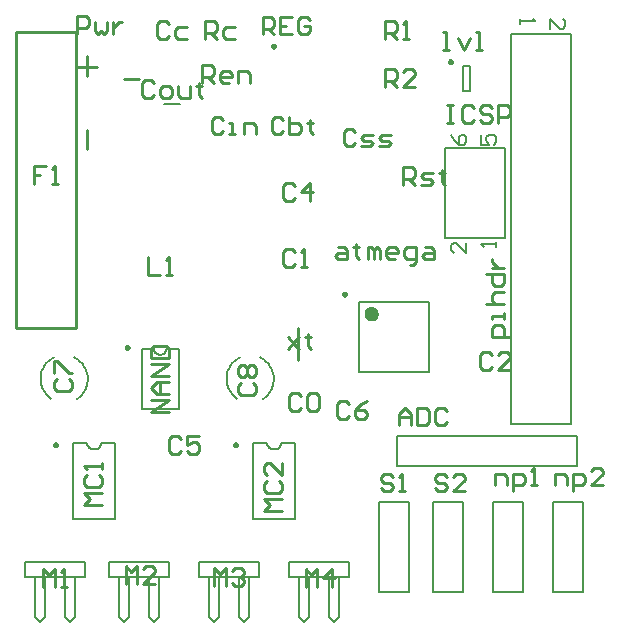
<source format=gto>
%FSTAX23Y23*%
%MOIN*%
%SFA1B1*%

%IPPOS*%
%ADD22C,0.007870*%
%ADD32C,0.010000*%
%ADD42C,0.009840*%
%ADD43C,0.023620*%
%ADD44C,0.008000*%
%LNpaw7-1*%
%LPD*%
G54D22*
X02787Y03831D02*
D01*
X02782Y03829*
X02777Y03826*
X02773Y03823*
X02768Y03819*
X02764Y03816*
X0276Y03812*
X02757Y03807*
X02754Y03803*
X02751Y03798*
X02748Y03793*
X02746Y03788*
X02744Y03783*
X02743Y03778*
X02742Y03772*
X02741Y03767*
X02741Y03761*
X02741Y03756*
X02741Y0375*
X02742Y03745*
X02743Y0374*
X02745Y03734*
X02747Y03729*
X02749Y03724*
X02752Y03719*
X02755Y03715*
X02758Y0371*
X02762Y03706*
X02765Y03702*
X02769Y03699*
X02774Y03695*
X02777Y03693*
X02862D02*
D01*
X02866Y03696*
X02871Y037*
X02875Y03703*
X02878Y03707*
X02882Y03712*
X02885Y03716*
X02888Y03721*
X02891Y03726*
X02893Y03731*
X02895Y03736*
X02896Y03741*
X02897Y03747*
X02898Y03752*
X02898Y03757*
X02898Y03763*
X02898Y03768*
X02897Y03774*
X02896Y03779*
X02894Y03784*
X02892Y0379*
X0289Y03795*
X02887Y03799*
X02884Y03804*
X02881Y03809*
X02878Y03813*
X02874Y03817*
X0287Y0382*
X02865Y03824*
X02861Y03827*
X02856Y03829*
X02852Y03831*
X02167D02*
D01*
X02162Y03829*
X02157Y03826*
X02153Y03823*
X02148Y03819*
X02144Y03816*
X0214Y03812*
X02137Y03807*
X02134Y03803*
X02131Y03798*
X02128Y03793*
X02126Y03788*
X02124Y03783*
X02123Y03778*
X02122Y03772*
X02121Y03767*
X02121Y03761*
X02121Y03756*
X02121Y0375*
X02122Y03745*
X02123Y0374*
X02125Y03734*
X02127Y03729*
X02129Y03724*
X02132Y03719*
X02135Y03715*
X02138Y0371*
X02142Y03706*
X02145Y03702*
X02149Y03699*
X02154Y03695*
X02157Y03693*
X02242D02*
D01*
X02246Y03696*
X02251Y037*
X02255Y03703*
X02258Y03707*
X02262Y03712*
X02265Y03716*
X02268Y03721*
X02271Y03726*
X02273Y03731*
X02275Y03736*
X02276Y03741*
X02277Y03747*
X02278Y03752*
X02278Y03757*
X02278Y03763*
X02278Y03768*
X02277Y03774*
X02276Y03779*
X02274Y03784*
X02272Y0379*
X0227Y03795*
X02267Y03799*
X02264Y03804*
X02261Y03809*
X02258Y03813*
X02254Y03817*
X0225Y0382*
X02245Y03824*
X02241Y03827*
X02236Y03829*
X02232Y03831*
X02876Y03547D02*
D01*
X02876Y03546*
X02876Y03544*
X02876Y03543*
X02877Y03541*
X02877Y03539*
X02878Y03538*
X02879Y03536*
X02879Y03535*
X0288Y03534*
X02881Y03532*
X02883Y03531*
X02884Y0353*
X02885Y03529*
X02886Y03528*
X02888Y03527*
X02889Y03526*
X02891Y03526*
X02892Y03525*
X02894Y03525*
X02895Y03524*
X02897Y03524*
X02899Y03524*
X029*
X02902Y03524*
X02904Y03524*
X02905Y03525*
X02907Y03525*
X02908Y03526*
X0291Y03526*
X02911Y03527*
X02913Y03528*
X02914Y03529*
X02915Y0353*
X02916Y03531*
X02918Y03532*
X02919Y03534*
X0292Y03535*
X0292Y03536*
X02921Y03538*
X02922Y03539*
X02922Y03541*
X02923Y03543*
X02923Y03544*
X02923Y03546*
X02923Y03547*
X02276D02*
D01*
X02276Y03546*
X02276Y03544*
X02276Y03543*
X02277Y03541*
X02277Y03539*
X02278Y03538*
X02279Y03536*
X02279Y03535*
X0228Y03534*
X02281Y03532*
X02283Y03531*
X02284Y0353*
X02285Y03529*
X02286Y03528*
X02288Y03527*
X02289Y03526*
X02291Y03526*
X02292Y03525*
X02294Y03525*
X02295Y03524*
X02297Y03524*
X02299Y03524*
X023*
X02302Y03524*
X02304Y03524*
X02305Y03525*
X02307Y03525*
X02308Y03526*
X0231Y03526*
X02311Y03527*
X02313Y03528*
X02314Y03529*
X02315Y0353*
X02316Y03531*
X02318Y03532*
X02319Y03534*
X0232Y03535*
X0232Y03536*
X02321Y03538*
X02322Y03539*
X02322Y03541*
X02323Y03543*
X02323Y03544*
X02323Y03546*
X02323Y03547*
X02499Y0386D02*
D01*
X02499Y03858*
X02499Y03857*
X025Y03856*
X025Y03854*
X025Y03853*
X02501Y03852*
X02502Y0385*
X02502Y03849*
X02503Y03848*
X02504Y03847*
X02505Y03846*
X02506Y03845*
X02507Y03844*
X02508Y03843*
X02509Y03842*
X02511Y03842*
X02512Y03841*
X02513Y03841*
X02515Y0384*
X02516Y0384*
X02517Y0384*
X02519Y0384*
X0252*
X02522Y0384*
X02523Y0384*
X02524Y0384*
X02526Y03841*
X02527Y03841*
X02528Y03842*
X0253Y03842*
X02531Y03843*
X02532Y03844*
X02533Y03845*
X02534Y03846*
X02535Y03847*
X02536Y03848*
X02537Y03849*
X02537Y0385*
X02538Y03852*
X02539Y03853*
X02539Y03854*
X02539Y03856*
X0254Y03857*
X0254Y03858*
X0254Y0386*
X02534Y04674D02*
X02585D01*
X0369Y0361D02*
X0389D01*
X0369Y0491D02*
X0389D01*
Y0361D02*
Y0491D01*
X0369Y0361D02*
Y0491D01*
X02829Y03547D02*
X02876D01*
X02923D02*
X0297D01*
X02829Y03292D02*
X0297D01*
X02829D02*
Y03547D01*
X0297Y03292D02*
Y03547D01*
X03116Y02966D02*
Y031D01*
X031Y0295D02*
X03116Y02966D01*
X03083D02*
X031Y0295D01*
X03083Y02966D02*
Y031D01*
X03016Y02966D02*
Y031D01*
X03Y0295D02*
X03016Y02966D01*
X02983D02*
X03Y0295D01*
X02983Y02966D02*
Y031D01*
X0295Y0315D02*
X0315D01*
X0295Y031D02*
Y0315D01*
X0315Y031D02*
Y0315D01*
X0295Y031D02*
X0315D01*
X02816Y02966D02*
Y031D01*
X028Y0295D02*
X02816Y02966D01*
X02783D02*
X028Y0295D01*
X02783Y02966D02*
Y031D01*
X02716Y02966D02*
Y031D01*
X027Y0295D02*
X02716Y02966D01*
X02683D02*
X027Y0295D01*
X02683Y02966D02*
Y031D01*
X0265Y0315D02*
X0285D01*
X0265Y031D02*
Y0315D01*
X0285Y031D02*
Y0315D01*
X0265Y031D02*
X0285D01*
X02229Y03547D02*
X02276D01*
X02323D02*
X0237D01*
X02229Y03292D02*
X0237D01*
X02229D02*
Y03547D01*
X0237Y03292D02*
Y03547D01*
X02236Y02966D02*
Y031D01*
X0222Y0295D02*
X02236Y02966D01*
X02203D02*
X0222Y0295D01*
X02203Y02966D02*
Y031D01*
X02136Y02966D02*
Y031D01*
X0212Y0295D02*
X02136Y02966D01*
X02103D02*
X0212Y0295D01*
X02103Y02966D02*
Y031D01*
X0207Y0315D02*
X0227D01*
X0207Y031D02*
Y0315D01*
X0227Y031D02*
Y0315D01*
X0207Y031D02*
X0227D01*
X02516Y02966D02*
Y031D01*
X025Y0295D02*
X02516Y02966D01*
X02483D02*
X025Y0295D01*
X02483Y02966D02*
Y031D01*
X02416Y02966D02*
Y031D01*
X024Y0295D02*
X02416Y02966D01*
X02383D02*
X024Y0295D01*
X02383Y02966D02*
Y031D01*
X0235Y0315D02*
X0255D01*
X0235Y031D02*
Y0315D01*
X0255Y031D02*
Y0315D01*
X0235Y031D02*
X0255D01*
X0347Y0453D02*
X0367D01*
X0347Y0423D02*
X0367D01*
X0347D02*
Y0453D01*
X0367Y0423D02*
Y0453D01*
Y04338D02*
Y0453D01*
X03183Y03783D02*
Y04016D01*
X03416Y03783D02*
Y04016D01*
X03183D02*
X03416D01*
X03183Y03783D02*
X03416D01*
X03528Y04718D02*
X03551D01*
X03528Y04801D02*
X03551D01*
Y04718D02*
Y04801D01*
X03528Y04718D02*
Y04801D01*
X0331Y0347D02*
Y0357D01*
X0391Y0347D02*
Y0357D01*
X0331Y0347D02*
X0391D01*
X0331Y0357D02*
X0391D01*
X0383Y0305D02*
Y0335D01*
Y0305D02*
X0393D01*
Y0335*
X0383D02*
X0393D01*
X0343Y0305D02*
Y0335D01*
Y0305D02*
X0353D01*
Y0335*
X0343D02*
X0353D01*
X0325Y0305D02*
Y0335D01*
Y0305D02*
X0335D01*
Y0335*
X0325D02*
X0335D01*
X0363Y0305D02*
Y0335D01*
Y0305D02*
X0373D01*
Y0335*
X0363D02*
X0373D01*
X02581Y03659D02*
Y0386D01*
X02458Y03659D02*
Y0386D01*
Y03659D02*
X02581D01*
X0254Y0386D02*
X02581D01*
X02458D02*
X02499D01*
G54D32*
X0224Y0393D02*
Y04915D01*
X0204Y0393D02*
Y04915D01*
X0224*
X0204Y0393D02*
X0224D01*
Y048D02*
X0231D01*
X024Y0476D02*
X0245D01*
X02275Y0477D02*
Y04835D01*
Y04525D02*
Y0459D01*
X0298Y03822D02*
Y03922D01*
Y0383D02*
Y0393D01*
X02861Y04908D02*
Y04967D01*
X0289*
X029Y04957*
Y04937*
X0289Y04927*
X02861*
X0288D02*
X029Y04908D01*
X0296Y04967D02*
X0292D01*
Y04908*
X0296*
X0292Y04937D02*
X0294D01*
X0302Y04957D02*
X0301Y04967D01*
X0299*
X0298Y04957*
Y04918*
X0299Y04908*
X0301*
X0302Y04918*
Y04937*
X03*
X02945Y03899D02*
X02984Y0386D01*
X02964Y03879*
X02984Y03899*
X02945Y0386*
X03014Y03909D02*
Y03899D01*
X03004*
X03024*
X03014*
Y0387*
X03024Y0386*
X03475Y03433D02*
X03465Y03443D01*
X03446*
X03436Y03433*
Y03423*
X03446Y03413*
X03465*
X03475Y03403*
Y03394*
X03465Y03384*
X03446*
X03436Y03394*
X03535Y03384D02*
X03495D01*
X03535Y03423*
Y03433*
X03525Y03443*
X03505*
X03495Y03433*
X03295D02*
X03285Y03443D01*
X03266*
X03256Y03433*
Y03423*
X03266Y03413*
X03285*
X03295Y03403*
Y03394*
X03285Y03384*
X03266*
X03256Y03394*
X03315Y03384D02*
X03335D01*
X03325*
Y03443*
X03315Y03433*
X0333Y04405D02*
Y04464D01*
X03359*
X03369Y04454*
Y04434*
X03359Y04424*
X0333*
X03349D02*
X03369Y04405D01*
X03389D02*
X03419D01*
X03429Y04415*
X03419Y04424*
X03399*
X03389Y04434*
X03399Y04444*
X03429*
X03459Y04454D02*
Y04444D01*
X03449*
X03469*
X03459*
Y04415*
X03469Y04405*
X0266Y04745D02*
Y04804D01*
X02689*
X02699Y04794*
Y04774*
X02689Y04764*
X0266*
X02679D02*
X02699Y04745D01*
X02749D02*
X02729D01*
X02719Y04755*
Y04774*
X02729Y04784*
X02749*
X02759Y04774*
Y04764*
X02719*
X02779Y04745D02*
Y04784D01*
X02809*
X02819Y04774*
Y04745*
X0267Y04893D02*
Y04953D01*
X027*
X0271Y04943*
Y04923*
X027Y04913*
X0267*
X0269D02*
X0271Y04893D01*
X0277Y04933D02*
X0274D01*
X0273Y04923*
Y04903*
X0274Y04893*
X0277*
X0327Y04733D02*
Y04793D01*
X033*
X0331Y04783*
Y04763*
X033Y04753*
X0327*
X0329D02*
X0331Y04733D01*
X0337D02*
X0333D01*
X0337Y04773*
Y04783*
X0336Y04793*
X0334*
X0333Y04783*
X0327Y04893D02*
Y04953D01*
X033*
X0331Y04943*
Y04923*
X033Y04913*
X0327*
X0329D02*
X0331Y04893D01*
X0333D02*
X0335D01*
X0334*
Y04953*
X0333Y04943*
X02244Y04908D02*
Y04968D01*
X02274*
X02284Y04958*
Y04938*
X02274Y04928*
X02244*
X02304Y04948D02*
Y04918D01*
X02314Y04908*
X02324Y04918*
X02334Y04908*
X02344Y04918*
Y04948*
X02364D02*
Y04908D01*
Y04928*
X02374Y04938*
X02384Y04948*
X02394*
X03684Y039D02*
X03625D01*
Y03929*
X03635Y03939*
X03655*
X03665Y03929*
Y039*
Y03959D02*
Y03979D01*
Y03969*
X03625*
Y03959*
X03605Y04009D02*
X03665D01*
X03635*
X03625Y04019*
Y04039*
X03635Y04049*
X03665*
X03605Y04109D02*
X03665D01*
Y04079*
X03655Y04069*
X03635*
X03625Y04079*
Y04109*
Y04129D02*
X03665D01*
X03645*
X03635Y04139*
X03625Y04149*
Y04159*
X03836Y03404D02*
Y03443D01*
X03865*
X03875Y03433*
Y03404*
X03895Y03384D02*
Y03443D01*
X03925*
X03935Y03433*
Y03414*
X03925Y03404*
X03895*
X03995D02*
X03955D01*
X03995Y03443*
Y03453*
X03985Y03463*
X03965*
X03955Y03453*
X03636Y03404D02*
Y03443D01*
X03665*
X03675Y03433*
Y03404*
X03695Y03384D02*
Y03443D01*
X03725*
X03735Y03433*
Y03414*
X03725Y03404*
X03695*
X03755D02*
X03775D01*
X03765*
Y03463*
X03755Y03453*
X0255Y0365D02*
X0249D01*
X0255Y03689*
X0249*
X0255Y03709D02*
X0251D01*
X0249Y03729*
X0251Y03749*
X0255*
X0252*
Y03709*
X0255Y03769D02*
X0249D01*
X0255Y03809*
X0249*
Y03829D02*
X0255D01*
Y03859*
X0254Y03869*
X025*
X0249Y03859*
Y03829*
X02925Y0332D02*
X02865D01*
X02885Y03339*
X02865Y03359*
X02925*
X02875Y03419D02*
X02865Y03409D01*
Y03389*
X02875Y03379*
X02915*
X02925Y03389*
Y03409*
X02915Y03419*
X02925Y03479D02*
Y03439D01*
X02885Y03479*
X02875*
X02865Y03469*
Y03449*
X02875Y03439*
X02325Y0334D02*
X02265D01*
X02285Y03359*
X02265Y03379*
X02325*
X02275Y03439D02*
X02265Y03429D01*
Y03409*
X02275Y03399*
X02315*
X02325Y03409*
Y03429*
X02315Y03439*
X02325Y03459D02*
Y03479D01*
Y03469*
X02265*
X02275Y03459*
X03005Y03065D02*
Y03124D01*
X03024Y03104*
X03044Y03124*
Y03065*
X03094D02*
Y03124D01*
X03064Y03094*
X03104*
X027Y0307D02*
Y03129D01*
X02719Y03109*
X02739Y03129*
Y0307*
X02759Y03119D02*
X02769Y03129D01*
X02789*
X02799Y03119*
Y03109*
X02789Y03099*
X02779*
X02789*
X02799Y03089*
Y0308*
X02789Y0307*
X02769*
X02759Y0308*
X02405Y03075D02*
Y03134D01*
X02424Y03114*
X02444Y03134*
Y03075*
X02504D02*
X02464D01*
X02504Y03114*
Y03124*
X02494Y03134*
X02474*
X02464Y03124*
X0213Y03065D02*
Y03124D01*
X02149Y03104*
X02169Y03124*
Y03065*
X02189D02*
X02209D01*
X02199*
Y03124*
X02189Y03114*
X03461Y04856D02*
X03481D01*
X03471*
Y04916*
X03461*
X03511Y04896D02*
X03531Y04856D01*
X03551Y04896*
X03571Y04856D02*
X03591D01*
X03581*
Y04916*
X03571*
X0248Y04164D02*
Y04105D01*
X02519*
X02539D02*
X02559D01*
X02549*
Y04164*
X02539Y04154*
X03476Y04671D02*
X03496D01*
X03486*
Y04611*
X03476*
X03496*
X03566Y04661D02*
X03556Y04671D01*
X03536*
X03526Y04661*
Y04621*
X03536Y04611*
X03556*
X03566Y04621*
X03626Y04661D02*
X03616Y04671D01*
X03596*
X03586Y04661*
Y04651*
X03596Y04641*
X03616*
X03626Y04631*
Y04621*
X03616Y04611*
X03596*
X03586Y04621*
X03646Y04611D02*
Y04671D01*
X03676*
X03686Y04661*
Y04641*
X03676Y04631*
X03646*
X02139Y04469D02*
X021D01*
Y04439*
X02119*
X021*
Y0441*
X02159D02*
X02179D01*
X02169*
Y04469*
X02159Y04459*
X0317Y04583D02*
X0316Y04593D01*
X03141*
X03131Y04583*
Y04544*
X03141Y04534*
X0316*
X0317Y04544*
X0319Y04534D02*
X0322D01*
X0323Y04544*
X0322Y04553*
X032*
X0319Y04563*
X032Y04573*
X0323*
X0325Y04534D02*
X0328D01*
X0329Y04544*
X0328Y04553*
X0326*
X0325Y04563*
X0326Y04573*
X0329*
X02499Y04744D02*
X02489Y04754D01*
X0247*
X0246Y04744*
Y04705*
X0247Y04695*
X02489*
X02499Y04705*
X02529Y04695D02*
X02549D01*
X02559Y04705*
Y04724*
X02549Y04734*
X02529*
X02519Y04724*
Y04705*
X02529Y04695*
X02579Y04734D02*
Y04705D01*
X02589Y04695*
X02619*
Y04734*
X02649Y04744D02*
Y04734D01*
X02639*
X02659*
X02649*
Y04705*
X02659Y04695*
X0273Y04623D02*
X0272Y04633D01*
X02701*
X02691Y04623*
Y04584*
X02701Y04574*
X0272*
X0273Y04584*
X0275Y04574D02*
X0277D01*
X0276*
Y04613*
X0275*
X028Y04574D02*
Y04613D01*
X0283*
X0284Y04603*
Y04574*
X0255Y04943D02*
X0254Y04953D01*
X0252*
X0251Y04943*
Y04903*
X0252Y04893*
X0254*
X0255Y04903*
X0261Y04933D02*
X0258D01*
X0257Y04923*
Y04903*
X0258Y04893*
X0261*
X0293Y04623D02*
X0292Y04633D01*
X02901*
X02891Y04623*
Y04584*
X02901Y04574*
X0292*
X0293Y04584*
X0295Y04633D02*
Y04574D01*
X0298*
X0299Y04584*
Y04593*
Y04603*
X0298Y04613*
X0295*
X0302Y04623D02*
Y04613D01*
X0301*
X0303*
X0302*
Y04584*
X0303Y04574*
X0279Y03744D02*
X0278Y03734D01*
Y03715*
X0279Y03705*
X0283*
X0284Y03715*
Y03734*
X0283Y03744*
X0279Y03764D02*
X0278Y03774D01*
Y03794*
X0279Y03804*
X028*
X0281Y03794*
X0282Y03804*
X0283*
X0284Y03794*
Y03774*
X0283Y03764*
X0282*
X0281Y03774*
X028Y03764*
X0279*
X0281Y03774D02*
Y03794D01*
X02175Y03759D02*
X02165Y03749D01*
Y0373*
X02175Y0372*
X02215*
X02225Y0373*
Y03749*
X02215Y03759*
X02165Y03779D02*
Y03819D01*
X02175*
X02215Y03779*
X02225*
X03149Y03674D02*
X03139Y03684D01*
X0312*
X0311Y03674*
Y03635*
X0312Y03625*
X03139*
X03149Y03635*
X03209Y03684D02*
X03189Y03674D01*
X03169Y03654*
Y03635*
X03179Y03625*
X03199*
X03209Y03635*
Y03644*
X03199Y03654*
X03169*
X02589Y03559D02*
X02579Y03569D01*
X0256*
X0255Y03559*
Y0352*
X0256Y0351*
X02579*
X02589Y0352*
X02649Y03569D02*
X02609D01*
Y03539*
X02629Y03549*
X02639*
X02649Y03539*
Y0352*
X02639Y0351*
X02619*
X02609Y0352*
X0297Y04403D02*
X0296Y04413D01*
X0294*
X0293Y04403*
Y04363*
X0294Y04353*
X0296*
X0297Y04363*
X0302Y04353D02*
Y04413D01*
X0299Y04383*
X0303*
X03625Y03838D02*
X03615Y03848D01*
X03596*
X03586Y03838*
Y03799*
X03596Y03789*
X03615*
X03625Y03799*
X03685Y03789D02*
X03645D01*
X03685Y03828*
Y03838*
X03675Y03848*
X03655*
X03645Y03838*
X0297Y04183D02*
X0296Y04193D01*
X0294*
X0293Y04183*
Y04143*
X0294Y04133*
X0296*
X0297Y04143*
X0299Y04133D02*
X0301D01*
X03*
Y04193*
X0299Y04183*
X0299Y03703D02*
X0298Y03713D01*
X0296*
X0295Y03703*
Y03663*
X0296Y03653*
X0298*
X0299Y03663*
X0301Y03703D02*
X0302Y03713D01*
X0304*
X0305Y03703*
Y03663*
X0304Y03653*
X0302*
X0301Y03663*
Y03703*
X03111Y04198D02*
X03131D01*
X03141Y04188*
Y04158*
X03111*
X03101Y04168*
X03111Y04178*
X03141*
X03171Y04208D02*
Y04198D01*
X03161*
X03181*
X03171*
Y04168*
X03181Y04158*
X03211D02*
Y04198D01*
X03221*
X03231Y04188*
Y04158*
Y04188*
X03241Y04198*
X03251Y04188*
Y04158*
X03301D02*
X03281D01*
X03271Y04168*
Y04188*
X03281Y04198*
X03301*
X03311Y04188*
Y04178*
X03271*
X03351Y04138D02*
X03361D01*
X03371Y04148*
Y04198*
X03341*
X03331Y04188*
Y04168*
X03341Y04158*
X03371*
X03401Y04198D02*
X03421D01*
X03431Y04188*
Y04158*
X03401*
X03391Y04168*
X03401Y04178*
X03431*
X03316Y03604D02*
Y03643D01*
X03335Y03663*
X03355Y03643*
Y03604*
Y03633*
X03316*
X03375Y03663D02*
Y03604D01*
X03405*
X03415Y03614*
Y03653*
X03405Y03663*
X03375*
X03475Y03653D02*
X03465Y03663D01*
X03445*
X03435Y03653*
Y03614*
X03445Y03604*
X03465*
X03475Y03614*
G54D42*
X02903Y04868D02*
D01*
X02903Y04868*
X02903Y04869*
X02903Y04869*
X02902Y04869*
X02902Y0487*
X02902Y0487*
X02902Y0487*
X02902Y04871*
X02902Y04871*
X02902Y04871*
X02901Y04871*
X02901Y04872*
X02901Y04872*
X02901Y04872*
X029Y04872*
X029Y04872*
X029Y04873*
X02899Y04873*
X02899Y04873*
X02899Y04873*
X02898Y04873*
X02898Y04873*
X02898*
X02897Y04873*
X02897Y04873*
X02897Y04873*
X02896Y04873*
X02896Y04873*
X02896Y04872*
X02895Y04872*
X02895Y04872*
X02895Y04872*
X02894Y04872*
X02894Y04871*
X02894Y04871*
X02894Y04871*
X02894Y04871*
X02893Y0487*
X02893Y0487*
X02893Y0487*
X02893Y04869*
X02893Y04869*
X02893Y04869*
X02893Y04868*
X02893Y04868*
X02893Y04868*
X02893Y04867*
X02893Y04867*
X02893Y04867*
X02893Y04866*
X02893Y04866*
X02893Y04866*
X02894Y04865*
X02894Y04865*
X02894Y04865*
X02894Y04865*
X02894Y04864*
X02895Y04864*
X02895Y04864*
X02895Y04864*
X02896Y04864*
X02896Y04863*
X02896Y04863*
X02897Y04863*
X02897Y04863*
X02897Y04863*
X02898Y04863*
X02898*
X02898Y04863*
X02899Y04863*
X02899Y04863*
X02899Y04863*
X029Y04863*
X029Y04864*
X029Y04864*
X02901Y04864*
X02901Y04864*
X02901Y04864*
X02901Y04865*
X02902Y04865*
X02902Y04865*
X02902Y04865*
X02902Y04866*
X02902Y04866*
X02902Y04866*
X02902Y04867*
X02903Y04867*
X02903Y04867*
X02903Y04868*
X02903Y04868*
X02775Y03539D02*
D01*
X02775Y03539*
X02775Y03539*
X02775Y0354*
X02775Y0354*
X02775Y0354*
X02775Y03541*
X02775Y03541*
X02775Y03541*
X02775Y03541*
X02774Y03542*
X02774Y03542*
X02774Y03542*
X02774Y03542*
X02773Y03543*
X02773Y03543*
X02773Y03543*
X02772Y03543*
X02772Y03543*
X02772Y03543*
X02771Y03543*
X02771Y03543*
X02771Y03544*
X0277*
X0277Y03543*
X0277Y03543*
X02769Y03543*
X02769Y03543*
X02769Y03543*
X02768Y03543*
X02768Y03543*
X02768Y03543*
X02768Y03542*
X02767Y03542*
X02767Y03542*
X02767Y03542*
X02767Y03541*
X02766Y03541*
X02766Y03541*
X02766Y03541*
X02766Y0354*
X02766Y0354*
X02766Y0354*
X02766Y03539*
X02766Y03539*
X02766Y03539*
X02766Y03538*
X02766Y03538*
X02766Y03538*
X02766Y03537*
X02766Y03537*
X02766Y03537*
X02766Y03536*
X02766Y03536*
X02767Y03536*
X02767Y03535*
X02767Y03535*
X02767Y03535*
X02768Y03535*
X02768Y03535*
X02768Y03534*
X02768Y03534*
X02769Y03534*
X02769Y03534*
X02769Y03534*
X0277Y03534*
X0277Y03534*
X0277Y03534*
X02771*
X02771Y03534*
X02771Y03534*
X02772Y03534*
X02772Y03534*
X02772Y03534*
X02773Y03534*
X02773Y03534*
X02773Y03535*
X02774Y03535*
X02774Y03535*
X02774Y03535*
X02774Y03535*
X02775Y03536*
X02775Y03536*
X02775Y03536*
X02775Y03537*
X02775Y03537*
X02775Y03537*
X02775Y03538*
X02775Y03538*
X02775Y03538*
X02775Y03539*
X02175D02*
D01*
X02175Y03539*
X02175Y03539*
X02175Y0354*
X02175Y0354*
X02175Y0354*
X02175Y03541*
X02175Y03541*
X02175Y03541*
X02175Y03541*
X02174Y03542*
X02174Y03542*
X02174Y03542*
X02174Y03542*
X02173Y03543*
X02173Y03543*
X02173Y03543*
X02172Y03543*
X02172Y03543*
X02172Y03543*
X02171Y03543*
X02171Y03543*
X02171Y03544*
X0217*
X0217Y03543*
X0217Y03543*
X02169Y03543*
X02169Y03543*
X02169Y03543*
X02168Y03543*
X02168Y03543*
X02168Y03543*
X02168Y03542*
X02167Y03542*
X02167Y03542*
X02167Y03542*
X02167Y03541*
X02166Y03541*
X02166Y03541*
X02166Y03541*
X02166Y0354*
X02166Y0354*
X02166Y0354*
X02166Y03539*
X02166Y03539*
X02166Y03539*
X02166Y03538*
X02166Y03538*
X02166Y03538*
X02166Y03537*
X02166Y03537*
X02166Y03537*
X02166Y03536*
X02166Y03536*
X02167Y03536*
X02167Y03535*
X02167Y03535*
X02167Y03535*
X02168Y03535*
X02168Y03535*
X02168Y03534*
X02168Y03534*
X02169Y03534*
X02169Y03534*
X02169Y03534*
X0217Y03534*
X0217Y03534*
X0217Y03534*
X02171*
X02171Y03534*
X02171Y03534*
X02172Y03534*
X02172Y03534*
X02172Y03534*
X02173Y03534*
X02173Y03534*
X02173Y03535*
X02174Y03535*
X02174Y03535*
X02174Y03535*
X02174Y03535*
X02175Y03536*
X02175Y03536*
X02175Y03536*
X02175Y03537*
X02175Y03537*
X02175Y03537*
X02175Y03538*
X02175Y03538*
X02175Y03538*
X02175Y03539*
X03139Y04042D02*
D01*
X03139Y04043*
X03139Y04043*
X03139Y04043*
X03139Y04044*
X03139Y04044*
X03139Y04044*
X03138Y04045*
X03138Y04045*
X03138Y04045*
X03138Y04045*
X03138Y04046*
X03137Y04046*
X03137Y04046*
X03137Y04046*
X03137Y04046*
X03136Y04047*
X03136Y04047*
X03136Y04047*
X03135Y04047*
X03135Y04047*
X03135Y04047*
X03134Y04047*
X03134*
X03134Y04047*
X03133Y04047*
X03133Y04047*
X03133Y04047*
X03132Y04047*
X03132Y04047*
X03132Y04046*
X03131Y04046*
X03131Y04046*
X03131Y04046*
X03131Y04046*
X0313Y04045*
X0313Y04045*
X0313Y04045*
X0313Y04045*
X0313Y04044*
X0313Y04044*
X03129Y04044*
X03129Y04043*
X03129Y04043*
X03129Y04043*
X03129Y04042*
X03129Y04042*
X03129Y04042*
X03129Y04041*
X03129Y04041*
X0313Y04041*
X0313Y0404*
X0313Y0404*
X0313Y0404*
X0313Y04039*
X0313Y04039*
X03131Y04039*
X03131Y04039*
X03131Y04038*
X03131Y04038*
X03132Y04038*
X03132Y04038*
X03132Y04038*
X03133Y04038*
X03133Y04037*
X03133Y04037*
X03134Y04037*
X03134Y04037*
X03134*
X03135Y04037*
X03135Y04037*
X03135Y04037*
X03136Y04038*
X03136Y04038*
X03136Y04038*
X03137Y04038*
X03137Y04038*
X03137Y04038*
X03137Y04039*
X03138Y04039*
X03138Y04039*
X03138Y04039*
X03138Y0404*
X03138Y0404*
X03139Y0404*
X03139Y04041*
X03139Y04041*
X03139Y04041*
X03139Y04042*
X03139Y04042*
X03139Y04042*
X03492Y04817D02*
D01*
X03492Y04817*
X03492Y04817*
X03492Y04818*
X03492Y04818*
X03492Y04818*
X03492Y04819*
X03492Y04819*
X03492Y04819*
X03491Y04819*
X03491Y0482*
X03491Y0482*
X03491Y0482*
X0349Y0482*
X0349Y04821*
X0349Y04821*
X03489Y04821*
X03489Y04821*
X03489Y04821*
X03489Y04821*
X03488Y04821*
X03488Y04821*
X03488Y04822*
X03487*
X03487Y04821*
X03486Y04821*
X03486Y04821*
X03486Y04821*
X03485Y04821*
X03485Y04821*
X03485Y04821*
X03485Y04821*
X03484Y0482*
X03484Y0482*
X03484Y0482*
X03484Y0482*
X03483Y04819*
X03483Y04819*
X03483Y04819*
X03483Y04819*
X03483Y04818*
X03483Y04818*
X03483Y04818*
X03482Y04817*
X03482Y04817*
X03482Y04817*
X03482Y04816*
X03482Y04816*
X03483Y04816*
X03483Y04815*
X03483Y04815*
X03483Y04815*
X03483Y04814*
X03483Y04814*
X03483Y04814*
X03484Y04813*
X03484Y04813*
X03484Y04813*
X03484Y04813*
X03485Y04813*
X03485Y04812*
X03485Y04812*
X03485Y04812*
X03486Y04812*
X03486Y04812*
X03486Y04812*
X03487Y04812*
X03487Y04812*
X03488*
X03488Y04812*
X03488Y04812*
X03489Y04812*
X03489Y04812*
X03489Y04812*
X03489Y04812*
X0349Y04812*
X0349Y04813*
X0349Y04813*
X03491Y04813*
X03491Y04813*
X03491Y04813*
X03491Y04814*
X03492Y04814*
X03492Y04814*
X03492Y04815*
X03492Y04815*
X03492Y04815*
X03492Y04816*
X03492Y04816*
X03492Y04816*
X03492Y04817*
X02415Y03864D02*
D01*
X02415Y03864*
X02415Y03865*
X02415Y03865*
X02415Y03865*
X02415Y03866*
X02415Y03866*
X02415Y03866*
X02414Y03866*
X02414Y03867*
X02414Y03867*
X02414Y03867*
X02414Y03867*
X02413Y03868*
X02413Y03868*
X02413Y03868*
X02412Y03868*
X02412Y03868*
X02412Y03869*
X02411Y03869*
X02411Y03869*
X02411Y03869*
X0241Y03869*
X0241*
X0241Y03869*
X02409Y03869*
X02409Y03869*
X02409Y03869*
X02408Y03868*
X02408Y03868*
X02408Y03868*
X02407Y03868*
X02407Y03868*
X02407Y03867*
X02407Y03867*
X02406Y03867*
X02406Y03867*
X02406Y03866*
X02406Y03866*
X02406Y03866*
X02406Y03866*
X02406Y03865*
X02405Y03865*
X02405Y03865*
X02405Y03864*
X02405Y03864*
X02405Y03863*
X02405Y03863*
X02405Y03863*
X02406Y03862*
X02406Y03862*
X02406Y03862*
X02406Y03862*
X02406Y03861*
X02406Y03861*
X02406Y03861*
X02407Y0386*
X02407Y0386*
X02407Y0386*
X02407Y0386*
X02408Y0386*
X02408Y03859*
X02408Y03859*
X02409Y03859*
X02409Y03859*
X02409Y03859*
X0241Y03859*
X0241Y03859*
X0241*
X02411Y03859*
X02411Y03859*
X02411Y03859*
X02412Y03859*
X02412Y03859*
X02412Y03859*
X02413Y0386*
X02413Y0386*
X02413Y0386*
X02414Y0386*
X02414Y0386*
X02414Y03861*
X02414Y03861*
X02414Y03861*
X02415Y03862*
X02415Y03862*
X02415Y03862*
X02415Y03862*
X02415Y03863*
X02415Y03863*
X02415Y03863*
X02415Y03864*
G54D43*
X03235Y03976D02*
D01*
X03235Y03977*
X03234Y03978*
X03234Y03979*
X03234Y0398*
X03234Y0398*
X03234Y03981*
X03233Y03982*
X03233Y03983*
X03232Y03983*
X03232Y03984*
X03231Y03984*
X03231Y03985*
X0323Y03986*
X03229Y03986*
X03229Y03986*
X03228Y03987*
X03227Y03987*
X03226Y03988*
X03226Y03988*
X03225Y03988*
X03224Y03988*
X03223Y03988*
X03222*
X03221Y03988*
X03221Y03988*
X0322Y03988*
X03219Y03988*
X03218Y03987*
X03218Y03987*
X03217Y03986*
X03216Y03986*
X03215Y03986*
X03215Y03985*
X03214Y03984*
X03214Y03984*
X03213Y03983*
X03213Y03983*
X03212Y03982*
X03212Y03981*
X03212Y0398*
X03211Y0398*
X03211Y03979*
X03211Y03978*
X03211Y03977*
X03211Y03976*
X03211Y03975*
X03211Y03975*
X03211Y03974*
X03211Y03973*
X03212Y03972*
X03212Y03971*
X03212Y03971*
X03213Y0397*
X03213Y03969*
X03214Y03969*
X03214Y03968*
X03215Y03967*
X03215Y03967*
X03216Y03966*
X03217Y03966*
X03218Y03966*
X03218Y03965*
X03219Y03965*
X0322Y03965*
X03221Y03965*
X03221Y03965*
X03222Y03964*
X03223*
X03224Y03965*
X03225Y03965*
X03226Y03965*
X03226Y03965*
X03227Y03965*
X03228Y03966*
X03229Y03966*
X03229Y03966*
X0323Y03967*
X03231Y03967*
X03231Y03968*
X03232Y03969*
X03232Y03969*
X03233Y0397*
X03233Y03971*
X03234Y03971*
X03234Y03972*
X03234Y03973*
X03234Y03974*
X03234Y03975*
X03235Y03975*
X03235Y03976*
G54D44*
X0382Y04926D02*
Y0496D01*
X03853Y04926*
X03861*
X03869Y04935*
Y04951*
X03861Y0496*
X0372D02*
Y04943D01*
Y04951*
X03769*
X03761Y0496*
X0349Y04573D02*
X03498Y04556D01*
X03515Y0454*
X03531*
X0354Y04548*
Y04564*
X03531Y04573*
X03523*
X03515Y04564*
Y0454*
X0359Y04573D02*
Y0454D01*
X03615*
X03606Y04556*
Y04564*
X03615Y04573*
X03631*
X0364Y04564*
Y04548*
X03631Y0454*
X0354Y04213D02*
Y0418D01*
X03506Y04213*
X03498*
X0349Y04204*
Y04188*
X03498Y0418*
X0364Y042D02*
Y04216D01*
Y04208*
X0359*
X03598Y042*
M02*
</source>
